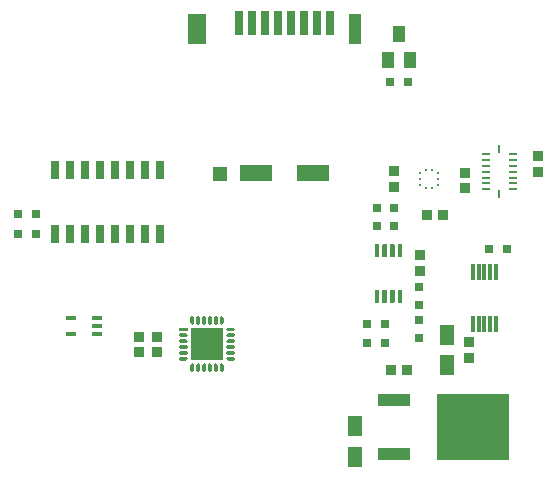
<source format=gbr>
%TF.GenerationSoftware,KiCad,Pcbnew,(5.1.12)-1*%
%TF.CreationDate,2022-08-18T02:06:39-04:00*%
%TF.ProjectId,MiniMicro,4d696e69-4d69-4637-926f-2e6b69636164,rev?*%
%TF.SameCoordinates,Original*%
%TF.FileFunction,Paste,Top*%
%TF.FilePolarity,Positive*%
%FSLAX46Y46*%
G04 Gerber Fmt 4.6, Leading zero omitted, Abs format (unit mm)*
G04 Created by KiCad (PCBNEW (5.1.12)-1) date 2022-08-18 02:06:39*
%MOMM*%
%LPD*%
G01*
G04 APERTURE LIST*
%ADD10R,1.200000X1.200000*%
%ADD11R,2.700000X1.400000*%
%ADD12R,1.500000X2.600000*%
%ADD13R,1.000000X2.600000*%
%ADD14R,0.700000X2.000000*%
%ADD15R,0.850000X0.350000*%
%ADD16R,0.650000X1.525000*%
%ADD17R,0.800000X0.650000*%
%ADD18R,0.650000X0.800000*%
%ADD19R,1.000000X1.400000*%
%ADD20R,6.150000X5.550000*%
%ADD21R,2.750000X1.000000*%
%ADD22R,0.300000X1.400000*%
%ADD23R,0.250000X0.675000*%
%ADD24R,0.675000X0.250000*%
%ADD25R,0.275000X0.250000*%
%ADD26R,0.250000X0.275000*%
%ADD27R,0.800000X0.800000*%
%ADD28R,1.250000X1.800000*%
%ADD29R,0.830000X0.940000*%
%ADD30R,0.940000X0.830000*%
G04 APERTURE END LIST*
D10*
%TO.C,J3*%
X217727000Y-95477000D03*
D11*
X220777000Y-95377000D03*
X225677000Y-95377000D03*
D12*
X215827000Y-83177000D03*
D13*
X229177000Y-83177000D03*
D14*
X227077000Y-82677000D03*
X225977000Y-82677000D03*
X224877000Y-82677000D03*
X223777000Y-82677000D03*
X222677000Y-82677000D03*
X221577000Y-82677000D03*
X220477000Y-82677000D03*
X219377000Y-82677000D03*
%TD*%
D15*
%TO.C,IC6*%
X205125000Y-108981000D03*
X205125000Y-107681000D03*
X207325000Y-107681000D03*
X207325000Y-108331000D03*
X207325000Y-108981000D03*
%TD*%
D16*
%TO.C,IC4*%
X203835000Y-95078000D03*
X205105000Y-95078000D03*
X206375000Y-95078000D03*
X207645000Y-95078000D03*
X208915000Y-95078000D03*
X210185000Y-95078000D03*
X211455000Y-95078000D03*
X212725000Y-95078000D03*
X212725000Y-100502000D03*
X211455000Y-100502000D03*
X210185000Y-100502000D03*
X208915000Y-100502000D03*
X207645000Y-100502000D03*
X206375000Y-100502000D03*
X205105000Y-100502000D03*
X203835000Y-100502000D03*
%TD*%
D17*
%TO.C,R7*%
X230187500Y-108178000D03*
X230187500Y-109728000D03*
%TD*%
D18*
%TO.C,R9*%
X232130000Y-87693500D03*
X233680000Y-87693500D03*
%TD*%
%TO.C,R8*%
X242088000Y-101790500D03*
X240538000Y-101790500D03*
%TD*%
D17*
%TO.C,R6*%
X231711500Y-108178000D03*
X231711500Y-109728000D03*
%TD*%
%TO.C,R5*%
X234632500Y-105003000D03*
X234632500Y-106553000D03*
%TD*%
%TO.C,R4*%
X234632500Y-107797000D03*
X234632500Y-109347000D03*
%TD*%
%TO.C,R3*%
X231076500Y-99848000D03*
X231076500Y-98298000D03*
%TD*%
D18*
%TO.C,R2*%
X200634000Y-98869500D03*
X202184000Y-98869500D03*
%TD*%
D17*
%TO.C,R1*%
X232473500Y-99848000D03*
X232473500Y-98298000D03*
%TD*%
D19*
%TO.C,Q1*%
X232918000Y-83609000D03*
X233868000Y-85809000D03*
X231968000Y-85809000D03*
%TD*%
D20*
%TO.C,IC8*%
X239165000Y-116840000D03*
D21*
X232465000Y-119130000D03*
X232465000Y-114550000D03*
%TD*%
D22*
%TO.C,IC7*%
X239157000Y-103718000D03*
X239657000Y-103718000D03*
X240157000Y-103718000D03*
X240657000Y-103718000D03*
X241157000Y-103718000D03*
X241157000Y-108118000D03*
X240657000Y-108118000D03*
X240157000Y-108118000D03*
X239657000Y-108118000D03*
X239157000Y-108118000D03*
%TD*%
%TO.C,IC5*%
G36*
G01*
X232804000Y-106316600D02*
X232804000Y-105305400D01*
G75*
G02*
X232848400Y-105261000I44400J0D01*
G01*
X233159600Y-105261000D01*
G75*
G02*
X233204000Y-105305400I0J-44400D01*
G01*
X233204000Y-106316600D01*
G75*
G02*
X233159600Y-106361000I-44400J0D01*
G01*
X232848400Y-106361000D01*
G75*
G02*
X232804000Y-106316600I0J44400D01*
G01*
G37*
G36*
G01*
X232154000Y-106316600D02*
X232154000Y-105305400D01*
G75*
G02*
X232198400Y-105261000I44400J0D01*
G01*
X232509600Y-105261000D01*
G75*
G02*
X232554000Y-105305400I0J-44400D01*
G01*
X232554000Y-106316600D01*
G75*
G02*
X232509600Y-106361000I-44400J0D01*
G01*
X232198400Y-106361000D01*
G75*
G02*
X232154000Y-106316600I0J44400D01*
G01*
G37*
G36*
G01*
X231504000Y-106316600D02*
X231504000Y-105305400D01*
G75*
G02*
X231548400Y-105261000I44400J0D01*
G01*
X231859600Y-105261000D01*
G75*
G02*
X231904000Y-105305400I0J-44400D01*
G01*
X231904000Y-106316600D01*
G75*
G02*
X231859600Y-106361000I-44400J0D01*
G01*
X231548400Y-106361000D01*
G75*
G02*
X231504000Y-106316600I0J44400D01*
G01*
G37*
G36*
G01*
X230854000Y-106316600D02*
X230854000Y-105305400D01*
G75*
G02*
X230898400Y-105261000I44400J0D01*
G01*
X231209600Y-105261000D01*
G75*
G02*
X231254000Y-105305400I0J-44400D01*
G01*
X231254000Y-106316600D01*
G75*
G02*
X231209600Y-106361000I-44400J0D01*
G01*
X230898400Y-106361000D01*
G75*
G02*
X230854000Y-106316600I0J44400D01*
G01*
G37*
G36*
G01*
X230854000Y-102466600D02*
X230854000Y-101455400D01*
G75*
G02*
X230898400Y-101411000I44400J0D01*
G01*
X231209600Y-101411000D01*
G75*
G02*
X231254000Y-101455400I0J-44400D01*
G01*
X231254000Y-102466600D01*
G75*
G02*
X231209600Y-102511000I-44400J0D01*
G01*
X230898400Y-102511000D01*
G75*
G02*
X230854000Y-102466600I0J44400D01*
G01*
G37*
G36*
G01*
X231504000Y-102466600D02*
X231504000Y-101455400D01*
G75*
G02*
X231548400Y-101411000I44400J0D01*
G01*
X231859600Y-101411000D01*
G75*
G02*
X231904000Y-101455400I0J-44400D01*
G01*
X231904000Y-102466600D01*
G75*
G02*
X231859600Y-102511000I-44400J0D01*
G01*
X231548400Y-102511000D01*
G75*
G02*
X231504000Y-102466600I0J44400D01*
G01*
G37*
G36*
G01*
X232154000Y-102466600D02*
X232154000Y-101455400D01*
G75*
G02*
X232198400Y-101411000I44400J0D01*
G01*
X232509600Y-101411000D01*
G75*
G02*
X232554000Y-101455400I0J-44400D01*
G01*
X232554000Y-102466600D01*
G75*
G02*
X232509600Y-102511000I-44400J0D01*
G01*
X232198400Y-102511000D01*
G75*
G02*
X232154000Y-102466600I0J44400D01*
G01*
G37*
G36*
G01*
X232804000Y-102466600D02*
X232804000Y-101455400D01*
G75*
G02*
X232848400Y-101411000I44400J0D01*
G01*
X233159600Y-101411000D01*
G75*
G02*
X233204000Y-101455400I0J-44400D01*
G01*
X233204000Y-102466600D01*
G75*
G02*
X233159600Y-102511000I-44400J0D01*
G01*
X232848400Y-102511000D01*
G75*
G02*
X232804000Y-102466600I0J44400D01*
G01*
G37*
%TD*%
D23*
%TO.C,IC3*%
X241427000Y-93335000D03*
D24*
X240262000Y-93750000D03*
X240262000Y-94250000D03*
X240262000Y-94750000D03*
X240262000Y-95250000D03*
X240262000Y-95750000D03*
X240262000Y-96250000D03*
X240262000Y-96750000D03*
D23*
X241427000Y-97165000D03*
D24*
X242592000Y-96750000D03*
X242592000Y-96250000D03*
X242592000Y-95750000D03*
X242592000Y-95250000D03*
X242592000Y-94750000D03*
X242592000Y-94250000D03*
X242592000Y-93750000D03*
%TD*%
D25*
%TO.C,IC2*%
X234696000Y-96385000D03*
X234696000Y-95885000D03*
X234696000Y-95385000D03*
D26*
X235208000Y-95122000D03*
X235708000Y-95122000D03*
D25*
X236220000Y-95385000D03*
X236220000Y-95885000D03*
X236220000Y-96385000D03*
D26*
X235708000Y-96648000D03*
X235208000Y-96648000D03*
%TD*%
%TO.C,IC1*%
G36*
G01*
X215032000Y-108755000D02*
X214292000Y-108755000D01*
G75*
G02*
X214262000Y-108725000I0J30000D01*
G01*
X214262000Y-108485000D01*
G75*
G02*
X214292000Y-108455000I30000J0D01*
G01*
X215032000Y-108455000D01*
G75*
G02*
X215062000Y-108485000I0J-30000D01*
G01*
X215062000Y-108725000D01*
G75*
G02*
X215032000Y-108755000I-30000J0D01*
G01*
G37*
G36*
G01*
X214912000Y-109255000D02*
X214412000Y-109255000D01*
G75*
G02*
X214262000Y-109105000I0J150000D01*
G01*
X214262000Y-109105000D01*
G75*
G02*
X214412000Y-108955000I150000J0D01*
G01*
X214912000Y-108955000D01*
G75*
G02*
X215062000Y-109105000I0J-150000D01*
G01*
X215062000Y-109105000D01*
G75*
G02*
X214912000Y-109255000I-150000J0D01*
G01*
G37*
G36*
G01*
X214912000Y-109755000D02*
X214412000Y-109755000D01*
G75*
G02*
X214262000Y-109605000I0J150000D01*
G01*
X214262000Y-109605000D01*
G75*
G02*
X214412000Y-109455000I150000J0D01*
G01*
X214912000Y-109455000D01*
G75*
G02*
X215062000Y-109605000I0J-150000D01*
G01*
X215062000Y-109605000D01*
G75*
G02*
X214912000Y-109755000I-150000J0D01*
G01*
G37*
G36*
G01*
X214912000Y-110255000D02*
X214412000Y-110255000D01*
G75*
G02*
X214262000Y-110105000I0J150000D01*
G01*
X214262000Y-110105000D01*
G75*
G02*
X214412000Y-109955000I150000J0D01*
G01*
X214912000Y-109955000D01*
G75*
G02*
X215062000Y-110105000I0J-150000D01*
G01*
X215062000Y-110105000D01*
G75*
G02*
X214912000Y-110255000I-150000J0D01*
G01*
G37*
G36*
G01*
X214912000Y-110755000D02*
X214412000Y-110755000D01*
G75*
G02*
X214262000Y-110605000I0J150000D01*
G01*
X214262000Y-110605000D01*
G75*
G02*
X214412000Y-110455000I150000J0D01*
G01*
X214912000Y-110455000D01*
G75*
G02*
X215062000Y-110605000I0J-150000D01*
G01*
X215062000Y-110605000D01*
G75*
G02*
X214912000Y-110755000I-150000J0D01*
G01*
G37*
G36*
G01*
X214912000Y-111255000D02*
X214412000Y-111255000D01*
G75*
G02*
X214262000Y-111105000I0J150000D01*
G01*
X214262000Y-111105000D01*
G75*
G02*
X214412000Y-110955000I150000J0D01*
G01*
X214912000Y-110955000D01*
G75*
G02*
X215062000Y-111105000I0J-150000D01*
G01*
X215062000Y-111105000D01*
G75*
G02*
X214912000Y-111255000I-150000J0D01*
G01*
G37*
G36*
G01*
X215262000Y-112105000D02*
X215262000Y-111605000D01*
G75*
G02*
X215412000Y-111455000I150000J0D01*
G01*
X215412000Y-111455000D01*
G75*
G02*
X215562000Y-111605000I0J-150000D01*
G01*
X215562000Y-112105000D01*
G75*
G02*
X215412000Y-112255000I-150000J0D01*
G01*
X215412000Y-112255000D01*
G75*
G02*
X215262000Y-112105000I0J150000D01*
G01*
G37*
G36*
G01*
X215762000Y-112105000D02*
X215762000Y-111605000D01*
G75*
G02*
X215912000Y-111455000I150000J0D01*
G01*
X215912000Y-111455000D01*
G75*
G02*
X216062000Y-111605000I0J-150000D01*
G01*
X216062000Y-112105000D01*
G75*
G02*
X215912000Y-112255000I-150000J0D01*
G01*
X215912000Y-112255000D01*
G75*
G02*
X215762000Y-112105000I0J150000D01*
G01*
G37*
G36*
G01*
X216262000Y-112105000D02*
X216262000Y-111605000D01*
G75*
G02*
X216412000Y-111455000I150000J0D01*
G01*
X216412000Y-111455000D01*
G75*
G02*
X216562000Y-111605000I0J-150000D01*
G01*
X216562000Y-112105000D01*
G75*
G02*
X216412000Y-112255000I-150000J0D01*
G01*
X216412000Y-112255000D01*
G75*
G02*
X216262000Y-112105000I0J150000D01*
G01*
G37*
G36*
G01*
X216762000Y-112105000D02*
X216762000Y-111605000D01*
G75*
G02*
X216912000Y-111455000I150000J0D01*
G01*
X216912000Y-111455000D01*
G75*
G02*
X217062000Y-111605000I0J-150000D01*
G01*
X217062000Y-112105000D01*
G75*
G02*
X216912000Y-112255000I-150000J0D01*
G01*
X216912000Y-112255000D01*
G75*
G02*
X216762000Y-112105000I0J150000D01*
G01*
G37*
G36*
G01*
X217262000Y-112105000D02*
X217262000Y-111605000D01*
G75*
G02*
X217412000Y-111455000I150000J0D01*
G01*
X217412000Y-111455000D01*
G75*
G02*
X217562000Y-111605000I0J-150000D01*
G01*
X217562000Y-112105000D01*
G75*
G02*
X217412000Y-112255000I-150000J0D01*
G01*
X217412000Y-112255000D01*
G75*
G02*
X217262000Y-112105000I0J150000D01*
G01*
G37*
G36*
G01*
X217762000Y-112105000D02*
X217762000Y-111605000D01*
G75*
G02*
X217912000Y-111455000I150000J0D01*
G01*
X217912000Y-111455000D01*
G75*
G02*
X218062000Y-111605000I0J-150000D01*
G01*
X218062000Y-112105000D01*
G75*
G02*
X217912000Y-112255000I-150000J0D01*
G01*
X217912000Y-112255000D01*
G75*
G02*
X217762000Y-112105000I0J150000D01*
G01*
G37*
G36*
G01*
X218912000Y-111255000D02*
X218412000Y-111255000D01*
G75*
G02*
X218262000Y-111105000I0J150000D01*
G01*
X218262000Y-111105000D01*
G75*
G02*
X218412000Y-110955000I150000J0D01*
G01*
X218912000Y-110955000D01*
G75*
G02*
X219062000Y-111105000I0J-150000D01*
G01*
X219062000Y-111105000D01*
G75*
G02*
X218912000Y-111255000I-150000J0D01*
G01*
G37*
G36*
G01*
X218912000Y-110755000D02*
X218412000Y-110755000D01*
G75*
G02*
X218262000Y-110605000I0J150000D01*
G01*
X218262000Y-110605000D01*
G75*
G02*
X218412000Y-110455000I150000J0D01*
G01*
X218912000Y-110455000D01*
G75*
G02*
X219062000Y-110605000I0J-150000D01*
G01*
X219062000Y-110605000D01*
G75*
G02*
X218912000Y-110755000I-150000J0D01*
G01*
G37*
G36*
G01*
X218912000Y-110255000D02*
X218412000Y-110255000D01*
G75*
G02*
X218262000Y-110105000I0J150000D01*
G01*
X218262000Y-110105000D01*
G75*
G02*
X218412000Y-109955000I150000J0D01*
G01*
X218912000Y-109955000D01*
G75*
G02*
X219062000Y-110105000I0J-150000D01*
G01*
X219062000Y-110105000D01*
G75*
G02*
X218912000Y-110255000I-150000J0D01*
G01*
G37*
G36*
G01*
X218912000Y-109755000D02*
X218412000Y-109755000D01*
G75*
G02*
X218262000Y-109605000I0J150000D01*
G01*
X218262000Y-109605000D01*
G75*
G02*
X218412000Y-109455000I150000J0D01*
G01*
X218912000Y-109455000D01*
G75*
G02*
X219062000Y-109605000I0J-150000D01*
G01*
X219062000Y-109605000D01*
G75*
G02*
X218912000Y-109755000I-150000J0D01*
G01*
G37*
G36*
G01*
X218912000Y-109255000D02*
X218412000Y-109255000D01*
G75*
G02*
X218262000Y-109105000I0J150000D01*
G01*
X218262000Y-109105000D01*
G75*
G02*
X218412000Y-108955000I150000J0D01*
G01*
X218912000Y-108955000D01*
G75*
G02*
X219062000Y-109105000I0J-150000D01*
G01*
X219062000Y-109105000D01*
G75*
G02*
X218912000Y-109255000I-150000J0D01*
G01*
G37*
G36*
G01*
X218912000Y-108755000D02*
X218412000Y-108755000D01*
G75*
G02*
X218262000Y-108605000I0J150000D01*
G01*
X218262000Y-108605000D01*
G75*
G02*
X218412000Y-108455000I150000J0D01*
G01*
X218912000Y-108455000D01*
G75*
G02*
X219062000Y-108605000I0J-150000D01*
G01*
X219062000Y-108605000D01*
G75*
G02*
X218912000Y-108755000I-150000J0D01*
G01*
G37*
G36*
G01*
X217762000Y-108105000D02*
X217762000Y-107605000D01*
G75*
G02*
X217912000Y-107455000I150000J0D01*
G01*
X217912000Y-107455000D01*
G75*
G02*
X218062000Y-107605000I0J-150000D01*
G01*
X218062000Y-108105000D01*
G75*
G02*
X217912000Y-108255000I-150000J0D01*
G01*
X217912000Y-108255000D01*
G75*
G02*
X217762000Y-108105000I0J150000D01*
G01*
G37*
G36*
G01*
X217262000Y-108105000D02*
X217262000Y-107605000D01*
G75*
G02*
X217412000Y-107455000I150000J0D01*
G01*
X217412000Y-107455000D01*
G75*
G02*
X217562000Y-107605000I0J-150000D01*
G01*
X217562000Y-108105000D01*
G75*
G02*
X217412000Y-108255000I-150000J0D01*
G01*
X217412000Y-108255000D01*
G75*
G02*
X217262000Y-108105000I0J150000D01*
G01*
G37*
G36*
G01*
X216762000Y-108105000D02*
X216762000Y-107605000D01*
G75*
G02*
X216912000Y-107455000I150000J0D01*
G01*
X216912000Y-107455000D01*
G75*
G02*
X217062000Y-107605000I0J-150000D01*
G01*
X217062000Y-108105000D01*
G75*
G02*
X216912000Y-108255000I-150000J0D01*
G01*
X216912000Y-108255000D01*
G75*
G02*
X216762000Y-108105000I0J150000D01*
G01*
G37*
G36*
G01*
X216262000Y-108105000D02*
X216262000Y-107605000D01*
G75*
G02*
X216412000Y-107455000I150000J0D01*
G01*
X216412000Y-107455000D01*
G75*
G02*
X216562000Y-107605000I0J-150000D01*
G01*
X216562000Y-108105000D01*
G75*
G02*
X216412000Y-108255000I-150000J0D01*
G01*
X216412000Y-108255000D01*
G75*
G02*
X216262000Y-108105000I0J150000D01*
G01*
G37*
G36*
G01*
X215762000Y-108105000D02*
X215762000Y-107605000D01*
G75*
G02*
X215912000Y-107455000I150000J0D01*
G01*
X215912000Y-107455000D01*
G75*
G02*
X216062000Y-107605000I0J-150000D01*
G01*
X216062000Y-108105000D01*
G75*
G02*
X215912000Y-108255000I-150000J0D01*
G01*
X215912000Y-108255000D01*
G75*
G02*
X215762000Y-108105000I0J150000D01*
G01*
G37*
G36*
G01*
X215262000Y-108105000D02*
X215262000Y-107605000D01*
G75*
G02*
X215412000Y-107455000I150000J0D01*
G01*
X215412000Y-107455000D01*
G75*
G02*
X215562000Y-107605000I0J-150000D01*
G01*
X215562000Y-108105000D01*
G75*
G02*
X215412000Y-108255000I-150000J0D01*
G01*
X215412000Y-108255000D01*
G75*
G02*
X215262000Y-108105000I0J150000D01*
G01*
G37*
G36*
G01*
X215287000Y-111120000D02*
X215287000Y-108590000D01*
G75*
G02*
X215397000Y-108480000I110000J0D01*
G01*
X217927000Y-108480000D01*
G75*
G02*
X218037000Y-108590000I0J-110000D01*
G01*
X218037000Y-111120000D01*
G75*
G02*
X217927000Y-111230000I-110000J0D01*
G01*
X215397000Y-111230000D01*
G75*
G02*
X215287000Y-111120000I0J110000D01*
G01*
G37*
%TD*%
D27*
%TO.C,D1*%
X202166000Y-100497000D03*
X200662000Y-100497000D03*
%TD*%
D28*
%TO.C,C11*%
X229235000Y-116810000D03*
X229235000Y-119410000D03*
%TD*%
D29*
%TO.C,C10*%
X232258000Y-112014000D03*
X233578000Y-112014000D03*
%TD*%
D28*
%TO.C,C9*%
X236982000Y-111663000D03*
X236982000Y-109063000D03*
%TD*%
D30*
%TO.C,C8*%
X238887000Y-109703000D03*
X238887000Y-111023000D03*
%TD*%
%TO.C,C7*%
X212471000Y-109220000D03*
X212471000Y-110540000D03*
%TD*%
%TO.C,C6*%
X238506000Y-95352000D03*
X238506000Y-96672000D03*
%TD*%
%TO.C,C5*%
X234696000Y-102312000D03*
X234696000Y-103632000D03*
%TD*%
%TO.C,C4*%
X244729000Y-95275000D03*
X244729000Y-93955000D03*
%TD*%
%TO.C,C3*%
X232537000Y-96545000D03*
X232537000Y-95225000D03*
%TD*%
D29*
%TO.C,C2*%
X236626000Y-98933000D03*
X235306000Y-98933000D03*
%TD*%
D30*
%TO.C,C1*%
X210947000Y-110540000D03*
X210947000Y-109220000D03*
%TD*%
M02*

</source>
